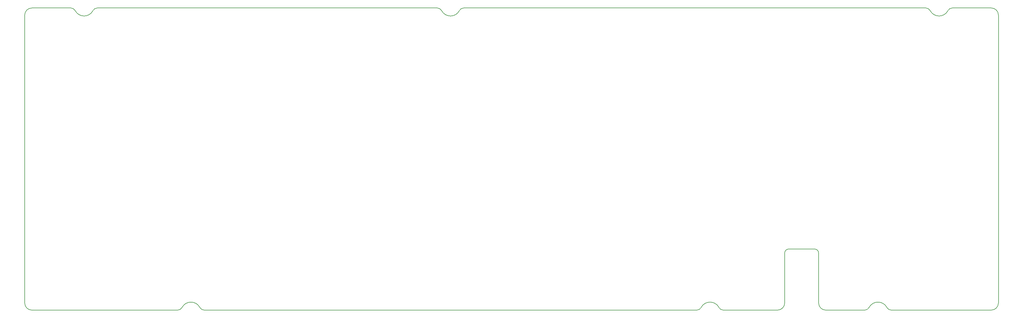
<source format=gm1>
G04 #@! TF.GenerationSoftware,KiCad,Pcbnew,(6.0.0-0)*
G04 #@! TF.CreationDate,2022-07-22T22:21:07+01:00*
G04 #@! TF.ProjectId,bakeneko-65-pcb,62616b65-6e65-46b6-9f2d-36352d706362,rev?*
G04 #@! TF.SameCoordinates,Original*
G04 #@! TF.FileFunction,Profile,NP*
%FSLAX46Y46*%
G04 Gerber Fmt 4.6, Leading zero omitted, Abs format (unit mm)*
G04 Created by KiCad (PCBNEW (6.0.0-0)) date 2022-07-22 22:21:07*
%MOMM*%
%LPD*%
G01*
G04 APERTURE LIST*
G04 #@! TA.AperFunction,Profile*
%ADD10C,0.200000*%
G04 #@! TD*
G04 APERTURE END LIST*
D10*
X15731928Y-806452D02*
G75*
G03*
X21318072Y-806452I2793072J1456451D01*
G01*
X2250000Y0D02*
G75*
G03*
X0Y-2250000I1J-2250001D01*
G01*
X130031928Y-806452D02*
G75*
G03*
X128701894Y0I-1330035J-693549D01*
G01*
X22648105Y0D02*
G75*
G03*
X21318071Y-806452I1J-1500001D01*
G01*
X14401894Y0D02*
X2250000Y0D01*
X303750000Y-91950000D02*
X303750000Y-2250000D01*
X54655571Y-93393549D02*
G75*
G03*
X55985606Y-94200000I1330034J693549D01*
G01*
X54655571Y-93393549D02*
G75*
G03*
X49069429Y-93393548I-2793071J-1456450D01*
G01*
X268968071Y-93393549D02*
G75*
G03*
X270298106Y-94200000I1330034J693549D01*
G01*
X238325000Y-75150000D02*
X246400000Y-75150000D01*
X281101894Y0D02*
X136948105Y0D01*
X209664394Y-94200000D02*
X55985605Y-94200000D01*
X0Y-91950000D02*
X0Y-2250000D01*
X289348105Y0D02*
G75*
G03*
X288018071Y-806452I1J-1500001D01*
G01*
X47739394Y-94200000D02*
G75*
G03*
X49069428Y-93393548I-1J1500001D01*
G01*
X262051894Y-94200000D02*
G75*
G03*
X263381928Y-93393548I-1J1500001D01*
G01*
X234825000Y-94200000D02*
X217910605Y-94200000D01*
X303750000Y-2250000D02*
G75*
G03*
X301500000Y0I-2250001J-1D01*
G01*
X247650000Y-76400000D02*
G75*
G03*
X246400000Y-75150000I-1250002J-2D01*
G01*
X268968071Y-93393549D02*
G75*
G03*
X263381929Y-93393548I-2793071J-1456450D01*
G01*
X301500000Y-94200000D02*
G75*
G03*
X303750000Y-91950000I-1J2250001D01*
G01*
X247650000Y-91950000D02*
G75*
G03*
X249900000Y-94200000I2250001J1D01*
G01*
X209664394Y-94200000D02*
G75*
G03*
X210994428Y-93393548I-1J1500001D01*
G01*
X282431928Y-806452D02*
G75*
G03*
X281101894Y0I-1330035J-693549D01*
G01*
X238325000Y-75150000D02*
G75*
G03*
X237075000Y-76400000I2J-1250002D01*
G01*
X247650000Y-76400000D02*
X247650000Y-91950000D01*
X234825000Y-94200000D02*
G75*
G03*
X237075000Y-91950000I-1J2250001D01*
G01*
X262051894Y-94200000D02*
X249900000Y-94200000D01*
X237075000Y-76400000D02*
X237075000Y-91950000D01*
X130031928Y-806452D02*
G75*
G03*
X135618072Y-806452I2793072J1456451D01*
G01*
X15731928Y-806452D02*
G75*
G03*
X14401894Y0I-1330035J-693549D01*
G01*
X301500000Y-94200000D02*
X270298105Y-94200000D01*
X47739394Y-94200000D02*
X2250000Y-94200000D01*
X136948105Y0D02*
G75*
G03*
X135618071Y-806452I1J-1500001D01*
G01*
X128701894Y0D02*
X22648105Y0D01*
X216580571Y-93393549D02*
G75*
G03*
X210994429Y-93393548I-2793071J-1456450D01*
G01*
X216580571Y-93393549D02*
G75*
G03*
X217910606Y-94200000I1330034J693549D01*
G01*
X0Y-91950000D02*
G75*
G03*
X2250000Y-94200000I2250001J1D01*
G01*
X301500000Y0D02*
X289348105Y0D01*
X282431928Y-806452D02*
G75*
G03*
X288018072Y-806452I2793072J1456451D01*
G01*
M02*

</source>
